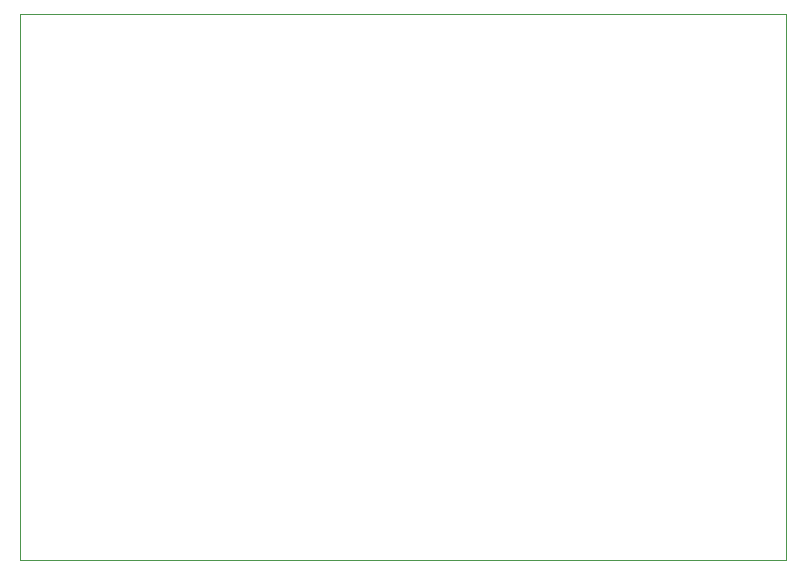
<source format=gbr>
%TF.GenerationSoftware,KiCad,Pcbnew,(5.1.8)-1*%
%TF.CreationDate,2021-12-10T09:09:34+01:00*%
%TF.ProjectId,FirePlaceLedmatrix,46697265-506c-4616-9365-4c65646d6174,rev?*%
%TF.SameCoordinates,Original*%
%TF.FileFunction,Profile,NP*%
%FSLAX46Y46*%
G04 Gerber Fmt 4.6, Leading zero omitted, Abs format (unit mm)*
G04 Created by KiCad (PCBNEW (5.1.8)-1) date 2021-12-10 09:09:34*
%MOMM*%
%LPD*%
G01*
G04 APERTURE LIST*
%TA.AperFunction,Profile*%
%ADD10C,0.100000*%
%TD*%
G04 APERTURE END LIST*
D10*
X92504000Y-45466000D02*
X92504000Y-91694000D01*
X27638000Y-45466000D02*
X92504000Y-45466000D01*
X27638000Y-91694000D02*
X27638000Y-45466000D01*
X92504000Y-91694000D02*
X27638000Y-91694000D01*
M02*

</source>
